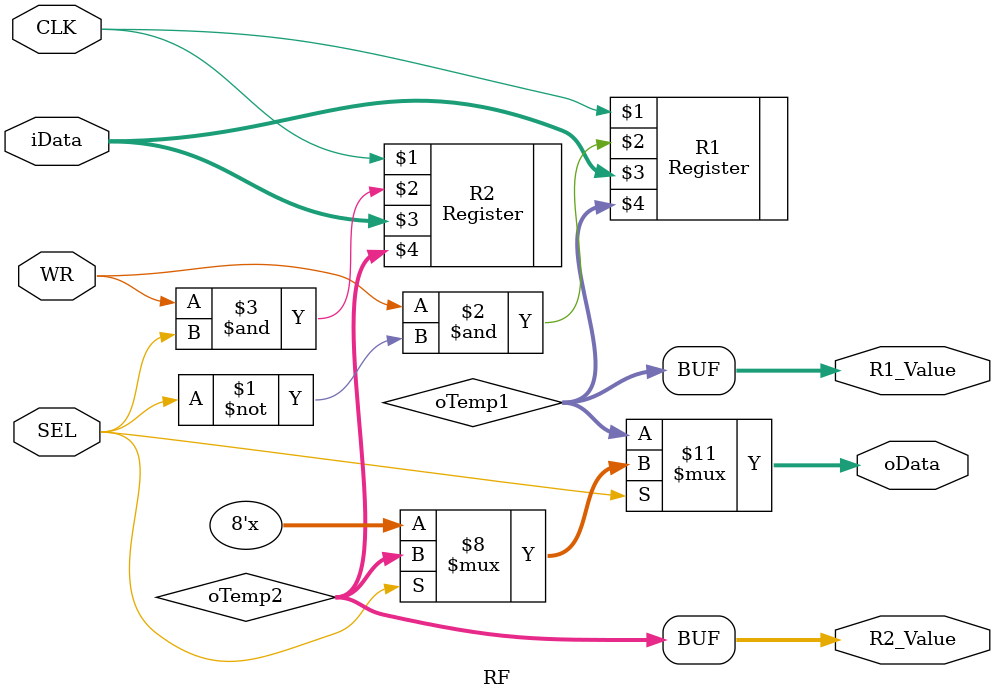
<source format=v>
`timescale 1ns / 1ps
module RF(
	 input CLK,
    input SEL, //if SEL = 0 means  R1 selected else if SEL = 1 means R2 selected.
    input WR,
    input [7:0] iData,
	 output [7:0] R1_Value,
	 output [7:0] R2_Value,
    output reg [7:0] oData
    );
	
	wire [7:0] oTemp1;
	wire [7:0] oTemp2;
	
	Register R1(CLK, WR & ~SEL, iData, oTemp1);
	Register R2(CLK, WR & SEL, iData, oTemp2);
	
	assign R1_Value = oTemp1;
	assign R2_Value = oTemp2;
	
	always @(*)
		begin
			if(SEL == 0)
				oData <= oTemp1;
			else if (SEL == 1)
				oData <= oTemp2;
			else
				oData <= oData;
		end

endmodule

</source>
